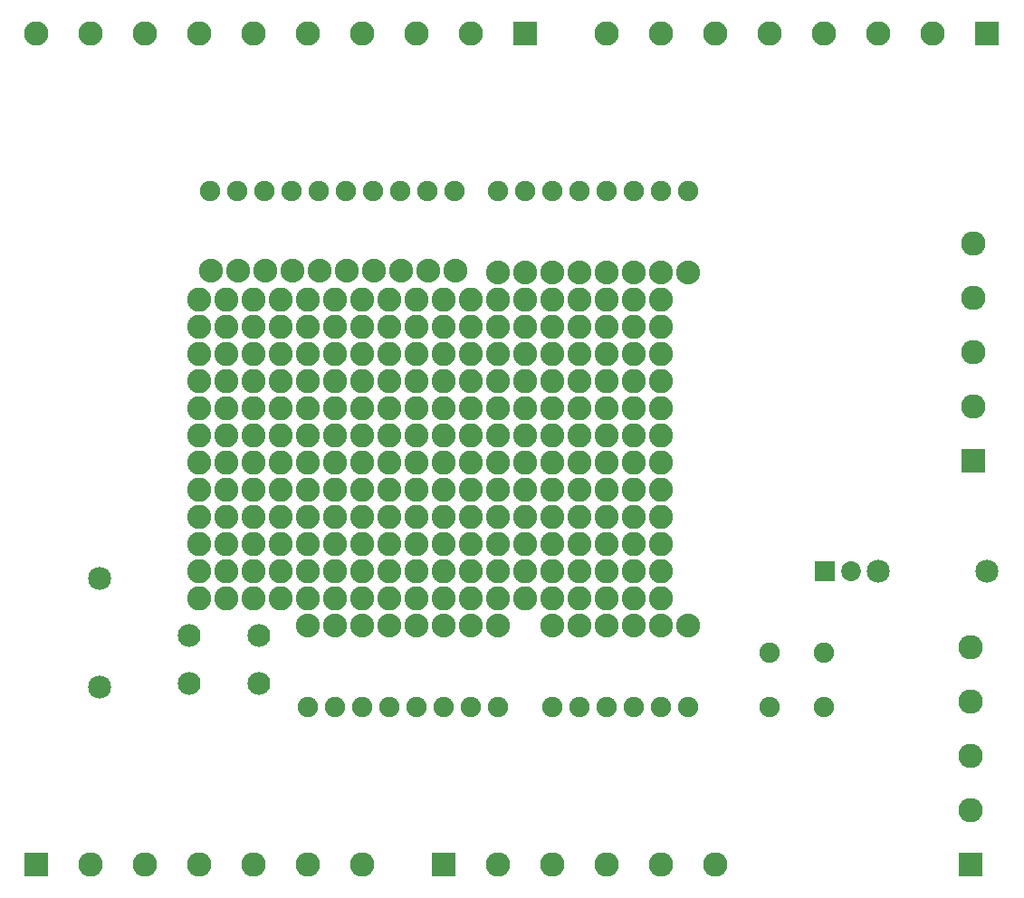
<source format=gbs>
G04 MADE WITH FRITZING*
G04 WWW.FRITZING.ORG*
G04 DOUBLE SIDED*
G04 HOLES PLATED*
G04 CONTOUR ON CENTER OF CONTOUR VECTOR*
%ASAXBY*%
%FSLAX23Y23*%
%MOIN*%
%OFA0B0*%
%SFA1.0B1.0*%
%ADD10C,0.088000*%
%ADD11C,0.075278*%
%ADD12C,0.088740*%
%ADD13C,0.084000*%
%ADD14C,0.085000*%
%ADD15C,0.072992*%
%ADD16C,0.090000*%
%ADD17C,0.075000*%
%ADD18C,0.089370*%
%ADD19R,0.072992X0.072992*%
%ADD20R,0.090000X0.090000*%
%ADD21R,0.089370X0.089370*%
%LNMASK0*%
G90*
G70*
G54D10*
X1874Y2413D03*
X1974Y2413D03*
X2074Y2413D03*
X2174Y2413D03*
X2274Y2413D03*
X2374Y2413D03*
X2474Y2413D03*
X2574Y2413D03*
X815Y2417D03*
X915Y2417D03*
X1015Y2417D03*
X1115Y2417D03*
X1215Y2417D03*
X1315Y2417D03*
X1415Y2417D03*
X1515Y2417D03*
X1615Y2417D03*
X1715Y2417D03*
G54D11*
X2174Y813D03*
X2274Y813D03*
X2374Y813D03*
X2474Y813D03*
X2574Y813D03*
X1714Y2713D03*
X1614Y2713D03*
X1514Y2713D03*
X1414Y2713D03*
X1314Y2713D03*
X1214Y2713D03*
X1114Y2713D03*
X1014Y2713D03*
X914Y2713D03*
X814Y2713D03*
X2574Y2713D03*
X2474Y2713D03*
X2374Y2713D03*
X2274Y2713D03*
X2174Y2713D03*
X2074Y2713D03*
X1974Y2713D03*
X1874Y2713D03*
X1274Y813D03*
X1174Y813D03*
X1374Y813D03*
X1474Y813D03*
X1574Y813D03*
X1674Y813D03*
X1774Y813D03*
X1874Y813D03*
X2074Y813D03*
G54D12*
X1874Y2313D03*
X1074Y1713D03*
X1074Y2213D03*
X1074Y2113D03*
X1074Y1413D03*
X1174Y1813D03*
X1074Y2313D03*
X1074Y1613D03*
X1074Y2013D03*
X1174Y2013D03*
X1074Y1513D03*
X1074Y1213D03*
X1074Y1913D03*
X1074Y1313D03*
X1174Y2113D03*
X1074Y1813D03*
X1174Y1513D03*
X1174Y1413D03*
X1274Y2013D03*
X1274Y1513D03*
X1274Y1813D03*
X1174Y2213D03*
X1174Y1313D03*
X1174Y1713D03*
X1174Y1213D03*
X1174Y1613D03*
X1174Y2313D03*
X1174Y1913D03*
X974Y2013D03*
X874Y1513D03*
X974Y1413D03*
X874Y1313D03*
X874Y1913D03*
X874Y1613D03*
X874Y1213D03*
X874Y2013D03*
X774Y2313D03*
X874Y1813D03*
X774Y1713D03*
X774Y2113D03*
X774Y1413D03*
X774Y2213D03*
X874Y2313D03*
X974Y1613D03*
X874Y1713D03*
X974Y2313D03*
X974Y2213D03*
X974Y2113D03*
X974Y1713D03*
X974Y1913D03*
X874Y2213D03*
X874Y2113D03*
X974Y1213D03*
X874Y1413D03*
X1274Y1313D03*
X974Y1313D03*
X974Y1813D03*
X1374Y1813D03*
X1574Y1913D03*
X1274Y1213D03*
X1574Y1613D03*
X1574Y1713D03*
X1574Y2213D03*
X1574Y2313D03*
X1574Y1213D03*
X1474Y2113D03*
X1574Y1313D03*
X1474Y1413D03*
X1574Y2013D03*
X1574Y1513D03*
X1574Y1813D03*
X1574Y2113D03*
X1674Y2313D03*
X1574Y1413D03*
X1674Y1713D03*
X1674Y2113D03*
X1674Y1413D03*
X1674Y2213D03*
X1674Y1613D03*
X1674Y1813D03*
X1674Y1913D03*
X1674Y2013D03*
X1674Y1313D03*
X1674Y1213D03*
X1674Y1513D03*
X1474Y2213D03*
X774Y1613D03*
X1474Y1713D03*
X1374Y2013D03*
X1374Y1313D03*
X1374Y1213D03*
X1374Y1513D03*
X1274Y1413D03*
X1274Y1913D03*
X1274Y2113D03*
X1274Y1613D03*
X1274Y1713D03*
X1274Y2213D03*
X1274Y2313D03*
X1374Y1913D03*
X1474Y1313D03*
X1374Y1613D03*
X1474Y1213D03*
X1474Y1613D03*
X1474Y2313D03*
X1474Y1913D03*
X1474Y1513D03*
X1374Y2313D03*
X1374Y1713D03*
X1474Y2013D03*
X1374Y2213D03*
X1374Y1413D03*
X1474Y1813D03*
X1374Y2113D03*
X974Y1513D03*
X2074Y2013D03*
X2174Y1713D03*
X2074Y1513D03*
X2074Y1213D03*
X2074Y1913D03*
X2074Y1313D03*
X2074Y1813D03*
X1974Y2113D03*
X1974Y2213D03*
X1974Y1313D03*
X1974Y1713D03*
X1974Y2013D03*
X1974Y1513D03*
X2074Y1613D03*
X2174Y1313D03*
X2074Y2313D03*
X2174Y1213D03*
X2174Y1613D03*
X2174Y2313D03*
X2174Y1913D03*
X2174Y1513D03*
X2074Y1713D03*
X2174Y2013D03*
X2074Y2213D03*
X2074Y1413D03*
X2174Y1813D03*
X2074Y2113D03*
X1974Y1613D03*
X1874Y1713D03*
X1974Y1413D03*
X1874Y1413D03*
X1874Y1213D03*
X1774Y2313D03*
X1874Y1313D03*
X1874Y1513D03*
X1874Y2213D03*
X1874Y1613D03*
X1874Y2113D03*
X1874Y1913D03*
X1874Y1813D03*
X1874Y2013D03*
X1774Y1913D03*
X1774Y2213D03*
X1774Y1813D03*
X1974Y2313D03*
X1974Y1813D03*
X774Y1913D03*
X1974Y1913D03*
X1774Y2013D03*
X1774Y1213D03*
X1774Y1413D03*
X1774Y1713D03*
X1774Y1613D03*
X1774Y1313D03*
X1774Y1513D03*
X1774Y2113D03*
X1974Y1213D03*
X2474Y2013D03*
X2474Y1513D03*
X2474Y1813D03*
X2474Y1313D03*
X774Y1813D03*
X2474Y1213D03*
X774Y2013D03*
X774Y1313D03*
X774Y1213D03*
X774Y1513D03*
X2474Y1413D03*
X2474Y1913D03*
X2474Y2113D03*
X2474Y1613D03*
X2474Y1713D03*
X2474Y2213D03*
X2474Y2313D03*
X2174Y2213D03*
X2274Y1613D03*
X2274Y1413D03*
X2274Y2313D03*
X2274Y2213D03*
X2274Y2113D03*
X2274Y1713D03*
X2274Y1913D03*
X2174Y2113D03*
X2174Y1413D03*
X2274Y1213D03*
X2274Y1813D03*
X2274Y1513D03*
X2274Y1313D03*
X2274Y2013D03*
X2374Y1713D03*
X2374Y2313D03*
X2374Y2213D03*
X2374Y1413D03*
X2374Y2113D03*
X2374Y1813D03*
X2374Y2013D03*
X2374Y1513D03*
X2374Y1313D03*
X2374Y1613D03*
X2374Y1213D03*
X2374Y1913D03*
G54D13*
X736Y1076D03*
X992Y1076D03*
X736Y898D03*
X992Y898D03*
G54D14*
X407Y884D03*
X407Y1284D03*
G54D15*
X3075Y1313D03*
X3174Y1313D03*
G54D16*
X3623Y1719D03*
X3623Y1919D03*
X3623Y2119D03*
X3623Y2319D03*
X3623Y2519D03*
G54D14*
X3274Y1313D03*
X3674Y1313D03*
G54D17*
X2874Y813D03*
X3071Y813D03*
X2874Y1013D03*
X3071Y1013D03*
G54D18*
X3674Y3293D03*
X3474Y3293D03*
X3274Y3293D03*
X3074Y3293D03*
X2874Y3293D03*
X2674Y3293D03*
X2474Y3293D03*
X2274Y3293D03*
X1974Y3293D03*
X1774Y3293D03*
X1574Y3293D03*
X1374Y3293D03*
X1174Y3293D03*
X974Y3293D03*
X774Y3293D03*
X574Y3293D03*
X374Y3293D03*
X174Y3293D03*
G54D16*
X3611Y232D03*
X3611Y432D03*
X3611Y632D03*
X3611Y832D03*
X3611Y1032D03*
X1674Y233D03*
X1874Y233D03*
X2074Y233D03*
X2274Y233D03*
X2474Y233D03*
X2674Y233D03*
X174Y233D03*
X374Y233D03*
X574Y233D03*
X774Y233D03*
X974Y233D03*
X1174Y233D03*
X1374Y233D03*
G54D10*
X1874Y1113D03*
X1774Y1113D03*
X1674Y1113D03*
X1574Y1113D03*
X1474Y1113D03*
X1374Y1113D03*
X1274Y1113D03*
X1174Y1113D03*
X1874Y1113D03*
X1774Y1113D03*
X1674Y1113D03*
X1574Y1113D03*
X1474Y1113D03*
X1374Y1113D03*
X1274Y1113D03*
X1174Y1113D03*
X2074Y1113D03*
X2174Y1113D03*
X2274Y1113D03*
X2374Y1113D03*
X2474Y1113D03*
X2574Y1113D03*
X2074Y1113D03*
X2174Y1113D03*
X2274Y1113D03*
X2374Y1113D03*
X2474Y1113D03*
X2574Y1113D03*
G54D19*
X3075Y1313D03*
G54D20*
X3623Y1719D03*
G54D21*
X3674Y3293D03*
X1974Y3293D03*
G54D20*
X3611Y232D03*
X1674Y233D03*
X174Y233D03*
G04 End of Mask0*
M02*
</source>
